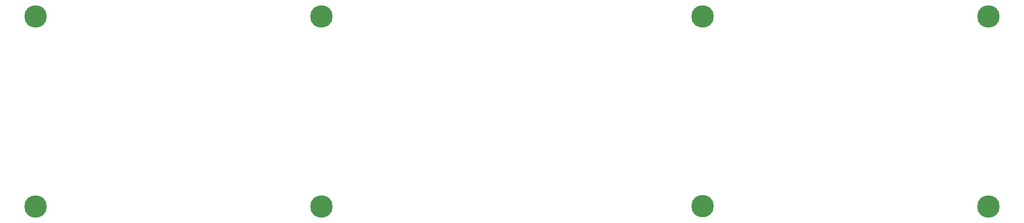
<source format=gbr>
G04 #@! TF.GenerationSoftware,KiCad,Pcbnew,(5.1.2-1)-1*
G04 #@! TF.CreationDate,2020-05-18T19:47:47-05:00*
G04 #@! TF.ProjectId,therick_top_plate,74686572-6963-46b5-9f74-6f705f706c61,rev?*
G04 #@! TF.SameCoordinates,Original*
G04 #@! TF.FileFunction,Copper,L2,Bot*
G04 #@! TF.FilePolarity,Positive*
%FSLAX46Y46*%
G04 Gerber Fmt 4.6, Leading zero omitted, Abs format (unit mm)*
G04 Created by KiCad (PCBNEW (5.1.2-1)-1) date 2020-05-18 19:47:47*
%MOMM*%
%LPD*%
G04 APERTURE LIST*
%ADD10C,4.500000*%
G04 APERTURE END LIST*
D10*
X255587500Y-92075000D03*
X65087500Y-53975000D03*
X65087500Y-92075000D03*
X122237500Y-53975000D03*
X122237500Y-92075000D03*
X198437500Y-53975000D03*
X198437500Y-92036900D03*
X255587500Y-53975000D03*
M02*

</source>
